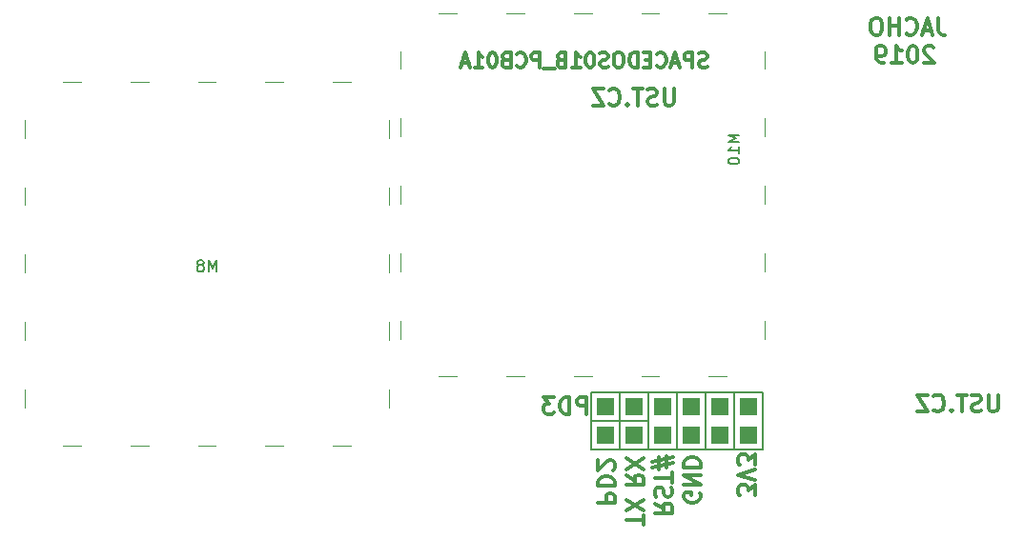
<source format=gbr>
%TF.GenerationSoftware,KiCad,Pcbnew,7.0.10-7.0.10~ubuntu23.04.1*%
%TF.CreationDate,2024-02-09T21:50:14+00:00*%
%TF.ProjectId,SPACEDOS01,53504143-4544-44f5-9330-312e6b696361,B*%
%TF.SameCoordinates,Original*%
%TF.FileFunction,Legend,Bot*%
%TF.FilePolarity,Positive*%
%FSLAX46Y46*%
G04 Gerber Fmt 4.6, Leading zero omitted, Abs format (unit mm)*
G04 Created by KiCad (PCBNEW 7.0.10-7.0.10~ubuntu23.04.1) date 2024-02-09 21:50:14*
%MOMM*%
%LPD*%
G01*
G04 APERTURE LIST*
%ADD10C,0.300000*%
%ADD11C,0.150000*%
%ADD12C,0.120000*%
%ADD13R,1.524000X1.524000*%
G04 APERTURE END LIST*
D10*
X155938241Y-88679981D02*
X155938241Y-89894267D01*
X155938241Y-89894267D02*
X155866812Y-90037124D01*
X155866812Y-90037124D02*
X155795384Y-90108553D01*
X155795384Y-90108553D02*
X155652526Y-90179981D01*
X155652526Y-90179981D02*
X155366812Y-90179981D01*
X155366812Y-90179981D02*
X155223955Y-90108553D01*
X155223955Y-90108553D02*
X155152526Y-90037124D01*
X155152526Y-90037124D02*
X155081098Y-89894267D01*
X155081098Y-89894267D02*
X155081098Y-88679981D01*
X154438240Y-90108553D02*
X154223955Y-90179981D01*
X154223955Y-90179981D02*
X153866812Y-90179981D01*
X153866812Y-90179981D02*
X153723955Y-90108553D01*
X153723955Y-90108553D02*
X153652526Y-90037124D01*
X153652526Y-90037124D02*
X153581097Y-89894267D01*
X153581097Y-89894267D02*
X153581097Y-89751410D01*
X153581097Y-89751410D02*
X153652526Y-89608553D01*
X153652526Y-89608553D02*
X153723955Y-89537124D01*
X153723955Y-89537124D02*
X153866812Y-89465695D01*
X153866812Y-89465695D02*
X154152526Y-89394267D01*
X154152526Y-89394267D02*
X154295383Y-89322838D01*
X154295383Y-89322838D02*
X154366812Y-89251410D01*
X154366812Y-89251410D02*
X154438240Y-89108553D01*
X154438240Y-89108553D02*
X154438240Y-88965695D01*
X154438240Y-88965695D02*
X154366812Y-88822838D01*
X154366812Y-88822838D02*
X154295383Y-88751410D01*
X154295383Y-88751410D02*
X154152526Y-88679981D01*
X154152526Y-88679981D02*
X153795383Y-88679981D01*
X153795383Y-88679981D02*
X153581097Y-88751410D01*
X153152526Y-88679981D02*
X152295384Y-88679981D01*
X152723955Y-90179981D02*
X152723955Y-88679981D01*
X151795384Y-90037124D02*
X151723955Y-90108553D01*
X151723955Y-90108553D02*
X151795384Y-90179981D01*
X151795384Y-90179981D02*
X151866812Y-90108553D01*
X151866812Y-90108553D02*
X151795384Y-90037124D01*
X151795384Y-90037124D02*
X151795384Y-90179981D01*
X150223955Y-90037124D02*
X150295383Y-90108553D01*
X150295383Y-90108553D02*
X150509669Y-90179981D01*
X150509669Y-90179981D02*
X150652526Y-90179981D01*
X150652526Y-90179981D02*
X150866812Y-90108553D01*
X150866812Y-90108553D02*
X151009669Y-89965695D01*
X151009669Y-89965695D02*
X151081098Y-89822838D01*
X151081098Y-89822838D02*
X151152526Y-89537124D01*
X151152526Y-89537124D02*
X151152526Y-89322838D01*
X151152526Y-89322838D02*
X151081098Y-89037124D01*
X151081098Y-89037124D02*
X151009669Y-88894267D01*
X151009669Y-88894267D02*
X150866812Y-88751410D01*
X150866812Y-88751410D02*
X150652526Y-88679981D01*
X150652526Y-88679981D02*
X150509669Y-88679981D01*
X150509669Y-88679981D02*
X150295383Y-88751410D01*
X150295383Y-88751410D02*
X150223955Y-88822838D01*
X149723955Y-88679981D02*
X148723955Y-88679981D01*
X148723955Y-88679981D02*
X149723955Y-90179981D01*
X149723955Y-90179981D02*
X148723955Y-90179981D01*
X158889988Y-86723553D02*
X158704274Y-86785457D01*
X158704274Y-86785457D02*
X158394750Y-86785457D01*
X158394750Y-86785457D02*
X158270941Y-86723553D01*
X158270941Y-86723553D02*
X158209036Y-86661648D01*
X158209036Y-86661648D02*
X158147131Y-86537838D01*
X158147131Y-86537838D02*
X158147131Y-86414029D01*
X158147131Y-86414029D02*
X158209036Y-86290219D01*
X158209036Y-86290219D02*
X158270941Y-86228314D01*
X158270941Y-86228314D02*
X158394750Y-86166410D01*
X158394750Y-86166410D02*
X158642369Y-86104505D01*
X158642369Y-86104505D02*
X158766179Y-86042600D01*
X158766179Y-86042600D02*
X158828084Y-85980695D01*
X158828084Y-85980695D02*
X158889988Y-85856886D01*
X158889988Y-85856886D02*
X158889988Y-85733076D01*
X158889988Y-85733076D02*
X158828084Y-85609267D01*
X158828084Y-85609267D02*
X158766179Y-85547362D01*
X158766179Y-85547362D02*
X158642369Y-85485457D01*
X158642369Y-85485457D02*
X158332846Y-85485457D01*
X158332846Y-85485457D02*
X158147131Y-85547362D01*
X157589989Y-86785457D02*
X157589989Y-85485457D01*
X157589989Y-85485457D02*
X157094751Y-85485457D01*
X157094751Y-85485457D02*
X156970941Y-85547362D01*
X156970941Y-85547362D02*
X156909036Y-85609267D01*
X156909036Y-85609267D02*
X156847132Y-85733076D01*
X156847132Y-85733076D02*
X156847132Y-85918791D01*
X156847132Y-85918791D02*
X156909036Y-86042600D01*
X156909036Y-86042600D02*
X156970941Y-86104505D01*
X156970941Y-86104505D02*
X157094751Y-86166410D01*
X157094751Y-86166410D02*
X157589989Y-86166410D01*
X156351893Y-86414029D02*
X155732846Y-86414029D01*
X156475703Y-86785457D02*
X156042370Y-85485457D01*
X156042370Y-85485457D02*
X155609036Y-86785457D01*
X154432846Y-86661648D02*
X154494750Y-86723553D01*
X154494750Y-86723553D02*
X154680465Y-86785457D01*
X154680465Y-86785457D02*
X154804274Y-86785457D01*
X154804274Y-86785457D02*
X154989988Y-86723553D01*
X154989988Y-86723553D02*
X155113798Y-86599743D01*
X155113798Y-86599743D02*
X155175703Y-86475933D01*
X155175703Y-86475933D02*
X155237607Y-86228314D01*
X155237607Y-86228314D02*
X155237607Y-86042600D01*
X155237607Y-86042600D02*
X155175703Y-85794981D01*
X155175703Y-85794981D02*
X155113798Y-85671172D01*
X155113798Y-85671172D02*
X154989988Y-85547362D01*
X154989988Y-85547362D02*
X154804274Y-85485457D01*
X154804274Y-85485457D02*
X154680465Y-85485457D01*
X154680465Y-85485457D02*
X154494750Y-85547362D01*
X154494750Y-85547362D02*
X154432846Y-85609267D01*
X153875703Y-86104505D02*
X153442369Y-86104505D01*
X153256655Y-86785457D02*
X153875703Y-86785457D01*
X153875703Y-86785457D02*
X153875703Y-85485457D01*
X153875703Y-85485457D02*
X153256655Y-85485457D01*
X152699513Y-86785457D02*
X152699513Y-85485457D01*
X152699513Y-85485457D02*
X152389989Y-85485457D01*
X152389989Y-85485457D02*
X152204275Y-85547362D01*
X152204275Y-85547362D02*
X152080465Y-85671172D01*
X152080465Y-85671172D02*
X152018560Y-85794981D01*
X152018560Y-85794981D02*
X151956656Y-86042600D01*
X151956656Y-86042600D02*
X151956656Y-86228314D01*
X151956656Y-86228314D02*
X152018560Y-86475933D01*
X152018560Y-86475933D02*
X152080465Y-86599743D01*
X152080465Y-86599743D02*
X152204275Y-86723553D01*
X152204275Y-86723553D02*
X152389989Y-86785457D01*
X152389989Y-86785457D02*
X152699513Y-86785457D01*
X151151894Y-85485457D02*
X150904275Y-85485457D01*
X150904275Y-85485457D02*
X150780465Y-85547362D01*
X150780465Y-85547362D02*
X150656656Y-85671172D01*
X150656656Y-85671172D02*
X150594751Y-85918791D01*
X150594751Y-85918791D02*
X150594751Y-86352124D01*
X150594751Y-86352124D02*
X150656656Y-86599743D01*
X150656656Y-86599743D02*
X150780465Y-86723553D01*
X150780465Y-86723553D02*
X150904275Y-86785457D01*
X150904275Y-86785457D02*
X151151894Y-86785457D01*
X151151894Y-86785457D02*
X151275703Y-86723553D01*
X151275703Y-86723553D02*
X151399513Y-86599743D01*
X151399513Y-86599743D02*
X151461417Y-86352124D01*
X151461417Y-86352124D02*
X151461417Y-85918791D01*
X151461417Y-85918791D02*
X151399513Y-85671172D01*
X151399513Y-85671172D02*
X151275703Y-85547362D01*
X151275703Y-85547362D02*
X151151894Y-85485457D01*
X150099512Y-86723553D02*
X149913798Y-86785457D01*
X149913798Y-86785457D02*
X149604274Y-86785457D01*
X149604274Y-86785457D02*
X149480465Y-86723553D01*
X149480465Y-86723553D02*
X149418560Y-86661648D01*
X149418560Y-86661648D02*
X149356655Y-86537838D01*
X149356655Y-86537838D02*
X149356655Y-86414029D01*
X149356655Y-86414029D02*
X149418560Y-86290219D01*
X149418560Y-86290219D02*
X149480465Y-86228314D01*
X149480465Y-86228314D02*
X149604274Y-86166410D01*
X149604274Y-86166410D02*
X149851893Y-86104505D01*
X149851893Y-86104505D02*
X149975703Y-86042600D01*
X149975703Y-86042600D02*
X150037608Y-85980695D01*
X150037608Y-85980695D02*
X150099512Y-85856886D01*
X150099512Y-85856886D02*
X150099512Y-85733076D01*
X150099512Y-85733076D02*
X150037608Y-85609267D01*
X150037608Y-85609267D02*
X149975703Y-85547362D01*
X149975703Y-85547362D02*
X149851893Y-85485457D01*
X149851893Y-85485457D02*
X149542370Y-85485457D01*
X149542370Y-85485457D02*
X149356655Y-85547362D01*
X148551894Y-85485457D02*
X148428084Y-85485457D01*
X148428084Y-85485457D02*
X148304275Y-85547362D01*
X148304275Y-85547362D02*
X148242370Y-85609267D01*
X148242370Y-85609267D02*
X148180465Y-85733076D01*
X148180465Y-85733076D02*
X148118560Y-85980695D01*
X148118560Y-85980695D02*
X148118560Y-86290219D01*
X148118560Y-86290219D02*
X148180465Y-86537838D01*
X148180465Y-86537838D02*
X148242370Y-86661648D01*
X148242370Y-86661648D02*
X148304275Y-86723553D01*
X148304275Y-86723553D02*
X148428084Y-86785457D01*
X148428084Y-86785457D02*
X148551894Y-86785457D01*
X148551894Y-86785457D02*
X148675703Y-86723553D01*
X148675703Y-86723553D02*
X148737608Y-86661648D01*
X148737608Y-86661648D02*
X148799513Y-86537838D01*
X148799513Y-86537838D02*
X148861417Y-86290219D01*
X148861417Y-86290219D02*
X148861417Y-85980695D01*
X148861417Y-85980695D02*
X148799513Y-85733076D01*
X148799513Y-85733076D02*
X148737608Y-85609267D01*
X148737608Y-85609267D02*
X148675703Y-85547362D01*
X148675703Y-85547362D02*
X148551894Y-85485457D01*
X146880465Y-86785457D02*
X147623322Y-86785457D01*
X147251894Y-86785457D02*
X147251894Y-85485457D01*
X147251894Y-85485457D02*
X147375703Y-85671172D01*
X147375703Y-85671172D02*
X147499513Y-85794981D01*
X147499513Y-85794981D02*
X147623322Y-85856886D01*
X145889989Y-86104505D02*
X145704275Y-86166410D01*
X145704275Y-86166410D02*
X145642370Y-86228314D01*
X145642370Y-86228314D02*
X145580466Y-86352124D01*
X145580466Y-86352124D02*
X145580466Y-86537838D01*
X145580466Y-86537838D02*
X145642370Y-86661648D01*
X145642370Y-86661648D02*
X145704275Y-86723553D01*
X145704275Y-86723553D02*
X145828085Y-86785457D01*
X145828085Y-86785457D02*
X146323323Y-86785457D01*
X146323323Y-86785457D02*
X146323323Y-85485457D01*
X146323323Y-85485457D02*
X145889989Y-85485457D01*
X145889989Y-85485457D02*
X145766180Y-85547362D01*
X145766180Y-85547362D02*
X145704275Y-85609267D01*
X145704275Y-85609267D02*
X145642370Y-85733076D01*
X145642370Y-85733076D02*
X145642370Y-85856886D01*
X145642370Y-85856886D02*
X145704275Y-85980695D01*
X145704275Y-85980695D02*
X145766180Y-86042600D01*
X145766180Y-86042600D02*
X145889989Y-86104505D01*
X145889989Y-86104505D02*
X146323323Y-86104505D01*
X145332847Y-86909267D02*
X144342370Y-86909267D01*
X144032847Y-86785457D02*
X144032847Y-85485457D01*
X144032847Y-85485457D02*
X143537609Y-85485457D01*
X143537609Y-85485457D02*
X143413799Y-85547362D01*
X143413799Y-85547362D02*
X143351894Y-85609267D01*
X143351894Y-85609267D02*
X143289990Y-85733076D01*
X143289990Y-85733076D02*
X143289990Y-85918791D01*
X143289990Y-85918791D02*
X143351894Y-86042600D01*
X143351894Y-86042600D02*
X143413799Y-86104505D01*
X143413799Y-86104505D02*
X143537609Y-86166410D01*
X143537609Y-86166410D02*
X144032847Y-86166410D01*
X141989990Y-86661648D02*
X142051894Y-86723553D01*
X142051894Y-86723553D02*
X142237609Y-86785457D01*
X142237609Y-86785457D02*
X142361418Y-86785457D01*
X142361418Y-86785457D02*
X142547132Y-86723553D01*
X142547132Y-86723553D02*
X142670942Y-86599743D01*
X142670942Y-86599743D02*
X142732847Y-86475933D01*
X142732847Y-86475933D02*
X142794751Y-86228314D01*
X142794751Y-86228314D02*
X142794751Y-86042600D01*
X142794751Y-86042600D02*
X142732847Y-85794981D01*
X142732847Y-85794981D02*
X142670942Y-85671172D01*
X142670942Y-85671172D02*
X142547132Y-85547362D01*
X142547132Y-85547362D02*
X142361418Y-85485457D01*
X142361418Y-85485457D02*
X142237609Y-85485457D01*
X142237609Y-85485457D02*
X142051894Y-85547362D01*
X142051894Y-85547362D02*
X141989990Y-85609267D01*
X140999513Y-86104505D02*
X140813799Y-86166410D01*
X140813799Y-86166410D02*
X140751894Y-86228314D01*
X140751894Y-86228314D02*
X140689990Y-86352124D01*
X140689990Y-86352124D02*
X140689990Y-86537838D01*
X140689990Y-86537838D02*
X140751894Y-86661648D01*
X140751894Y-86661648D02*
X140813799Y-86723553D01*
X140813799Y-86723553D02*
X140937609Y-86785457D01*
X140937609Y-86785457D02*
X141432847Y-86785457D01*
X141432847Y-86785457D02*
X141432847Y-85485457D01*
X141432847Y-85485457D02*
X140999513Y-85485457D01*
X140999513Y-85485457D02*
X140875704Y-85547362D01*
X140875704Y-85547362D02*
X140813799Y-85609267D01*
X140813799Y-85609267D02*
X140751894Y-85733076D01*
X140751894Y-85733076D02*
X140751894Y-85856886D01*
X140751894Y-85856886D02*
X140813799Y-85980695D01*
X140813799Y-85980695D02*
X140875704Y-86042600D01*
X140875704Y-86042600D02*
X140999513Y-86104505D01*
X140999513Y-86104505D02*
X141432847Y-86104505D01*
X139885228Y-85485457D02*
X139761418Y-85485457D01*
X139761418Y-85485457D02*
X139637609Y-85547362D01*
X139637609Y-85547362D02*
X139575704Y-85609267D01*
X139575704Y-85609267D02*
X139513799Y-85733076D01*
X139513799Y-85733076D02*
X139451894Y-85980695D01*
X139451894Y-85980695D02*
X139451894Y-86290219D01*
X139451894Y-86290219D02*
X139513799Y-86537838D01*
X139513799Y-86537838D02*
X139575704Y-86661648D01*
X139575704Y-86661648D02*
X139637609Y-86723553D01*
X139637609Y-86723553D02*
X139761418Y-86785457D01*
X139761418Y-86785457D02*
X139885228Y-86785457D01*
X139885228Y-86785457D02*
X140009037Y-86723553D01*
X140009037Y-86723553D02*
X140070942Y-86661648D01*
X140070942Y-86661648D02*
X140132847Y-86537838D01*
X140132847Y-86537838D02*
X140194751Y-86290219D01*
X140194751Y-86290219D02*
X140194751Y-85980695D01*
X140194751Y-85980695D02*
X140132847Y-85733076D01*
X140132847Y-85733076D02*
X140070942Y-85609267D01*
X140070942Y-85609267D02*
X140009037Y-85547362D01*
X140009037Y-85547362D02*
X139885228Y-85485457D01*
X138213799Y-86785457D02*
X138956656Y-86785457D01*
X138585228Y-86785457D02*
X138585228Y-85485457D01*
X138585228Y-85485457D02*
X138709037Y-85671172D01*
X138709037Y-85671172D02*
X138832847Y-85794981D01*
X138832847Y-85794981D02*
X138956656Y-85856886D01*
X137718561Y-86414029D02*
X137099514Y-86414029D01*
X137842371Y-86785457D02*
X137409038Y-85485457D01*
X137409038Y-85485457D02*
X136975704Y-86785457D01*
X154264198Y-125552163D02*
X154978484Y-126052163D01*
X154264198Y-126409306D02*
X155764198Y-126409306D01*
X155764198Y-126409306D02*
X155764198Y-125837877D01*
X155764198Y-125837877D02*
X155692769Y-125695020D01*
X155692769Y-125695020D02*
X155621341Y-125623591D01*
X155621341Y-125623591D02*
X155478484Y-125552163D01*
X155478484Y-125552163D02*
X155264198Y-125552163D01*
X155264198Y-125552163D02*
X155121341Y-125623591D01*
X155121341Y-125623591D02*
X155049912Y-125695020D01*
X155049912Y-125695020D02*
X154978484Y-125837877D01*
X154978484Y-125837877D02*
X154978484Y-126409306D01*
X154335627Y-124980734D02*
X154264198Y-124766449D01*
X154264198Y-124766449D02*
X154264198Y-124409306D01*
X154264198Y-124409306D02*
X154335627Y-124266449D01*
X154335627Y-124266449D02*
X154407055Y-124195020D01*
X154407055Y-124195020D02*
X154549912Y-124123591D01*
X154549912Y-124123591D02*
X154692769Y-124123591D01*
X154692769Y-124123591D02*
X154835627Y-124195020D01*
X154835627Y-124195020D02*
X154907055Y-124266449D01*
X154907055Y-124266449D02*
X154978484Y-124409306D01*
X154978484Y-124409306D02*
X155049912Y-124695020D01*
X155049912Y-124695020D02*
X155121341Y-124837877D01*
X155121341Y-124837877D02*
X155192769Y-124909306D01*
X155192769Y-124909306D02*
X155335627Y-124980734D01*
X155335627Y-124980734D02*
X155478484Y-124980734D01*
X155478484Y-124980734D02*
X155621341Y-124909306D01*
X155621341Y-124909306D02*
X155692769Y-124837877D01*
X155692769Y-124837877D02*
X155764198Y-124695020D01*
X155764198Y-124695020D02*
X155764198Y-124337877D01*
X155764198Y-124337877D02*
X155692769Y-124123591D01*
X155764198Y-123695020D02*
X155764198Y-122837878D01*
X154264198Y-123266449D02*
X155764198Y-123266449D01*
X155264198Y-122409306D02*
X155264198Y-121337878D01*
X155907055Y-121980735D02*
X153978484Y-122409306D01*
X154621341Y-121480735D02*
X154621341Y-122552163D01*
X153978484Y-121909306D02*
X155907055Y-121480735D01*
X163130198Y-124869590D02*
X163130198Y-123941018D01*
X163130198Y-123941018D02*
X162558769Y-124441018D01*
X162558769Y-124441018D02*
X162558769Y-124226733D01*
X162558769Y-124226733D02*
X162487341Y-124083876D01*
X162487341Y-124083876D02*
X162415912Y-124012447D01*
X162415912Y-124012447D02*
X162273055Y-123941018D01*
X162273055Y-123941018D02*
X161915912Y-123941018D01*
X161915912Y-123941018D02*
X161773055Y-124012447D01*
X161773055Y-124012447D02*
X161701627Y-124083876D01*
X161701627Y-124083876D02*
X161630198Y-124226733D01*
X161630198Y-124226733D02*
X161630198Y-124655304D01*
X161630198Y-124655304D02*
X161701627Y-124798161D01*
X161701627Y-124798161D02*
X161773055Y-124869590D01*
X163130198Y-123512447D02*
X161630198Y-123012447D01*
X161630198Y-123012447D02*
X163130198Y-122512447D01*
X163130198Y-122155305D02*
X163130198Y-121226733D01*
X163130198Y-121226733D02*
X162558769Y-121726733D01*
X162558769Y-121726733D02*
X162558769Y-121512448D01*
X162558769Y-121512448D02*
X162487341Y-121369591D01*
X162487341Y-121369591D02*
X162415912Y-121298162D01*
X162415912Y-121298162D02*
X162273055Y-121226733D01*
X162273055Y-121226733D02*
X161915912Y-121226733D01*
X161915912Y-121226733D02*
X161773055Y-121298162D01*
X161773055Y-121298162D02*
X161701627Y-121369591D01*
X161701627Y-121369591D02*
X161630198Y-121512448D01*
X161630198Y-121512448D02*
X161630198Y-121941019D01*
X161630198Y-121941019D02*
X161701627Y-122083876D01*
X161701627Y-122083876D02*
X161773055Y-122155305D01*
X179434526Y-82399981D02*
X179434526Y-83471410D01*
X179434526Y-83471410D02*
X179505955Y-83685695D01*
X179505955Y-83685695D02*
X179648812Y-83828553D01*
X179648812Y-83828553D02*
X179863098Y-83899981D01*
X179863098Y-83899981D02*
X180005955Y-83899981D01*
X178791669Y-83471410D02*
X178077384Y-83471410D01*
X178934526Y-83899981D02*
X178434526Y-82399981D01*
X178434526Y-82399981D02*
X177934526Y-83899981D01*
X176577384Y-83757124D02*
X176648812Y-83828553D01*
X176648812Y-83828553D02*
X176863098Y-83899981D01*
X176863098Y-83899981D02*
X177005955Y-83899981D01*
X177005955Y-83899981D02*
X177220241Y-83828553D01*
X177220241Y-83828553D02*
X177363098Y-83685695D01*
X177363098Y-83685695D02*
X177434527Y-83542838D01*
X177434527Y-83542838D02*
X177505955Y-83257124D01*
X177505955Y-83257124D02*
X177505955Y-83042838D01*
X177505955Y-83042838D02*
X177434527Y-82757124D01*
X177434527Y-82757124D02*
X177363098Y-82614267D01*
X177363098Y-82614267D02*
X177220241Y-82471410D01*
X177220241Y-82471410D02*
X177005955Y-82399981D01*
X177005955Y-82399981D02*
X176863098Y-82399981D01*
X176863098Y-82399981D02*
X176648812Y-82471410D01*
X176648812Y-82471410D02*
X176577384Y-82542838D01*
X175934527Y-83899981D02*
X175934527Y-82399981D01*
X175934527Y-83114267D02*
X175077384Y-83114267D01*
X175077384Y-83899981D02*
X175077384Y-82399981D01*
X174077383Y-82399981D02*
X173791669Y-82399981D01*
X173791669Y-82399981D02*
X173648812Y-82471410D01*
X173648812Y-82471410D02*
X173505955Y-82614267D01*
X173505955Y-82614267D02*
X173434526Y-82899981D01*
X173434526Y-82899981D02*
X173434526Y-83399981D01*
X173434526Y-83399981D02*
X173505955Y-83685695D01*
X173505955Y-83685695D02*
X173648812Y-83828553D01*
X173648812Y-83828553D02*
X173791669Y-83899981D01*
X173791669Y-83899981D02*
X174077383Y-83899981D01*
X174077383Y-83899981D02*
X174220241Y-83828553D01*
X174220241Y-83828553D02*
X174363098Y-83685695D01*
X174363098Y-83685695D02*
X174434526Y-83399981D01*
X174434526Y-83399981D02*
X174434526Y-82899981D01*
X174434526Y-82899981D02*
X174363098Y-82614267D01*
X174363098Y-82614267D02*
X174220241Y-82471410D01*
X174220241Y-82471410D02*
X174077383Y-82399981D01*
X184720242Y-115899981D02*
X184720242Y-117114267D01*
X184720242Y-117114267D02*
X184648813Y-117257124D01*
X184648813Y-117257124D02*
X184577385Y-117328553D01*
X184577385Y-117328553D02*
X184434527Y-117399981D01*
X184434527Y-117399981D02*
X184148813Y-117399981D01*
X184148813Y-117399981D02*
X184005956Y-117328553D01*
X184005956Y-117328553D02*
X183934527Y-117257124D01*
X183934527Y-117257124D02*
X183863099Y-117114267D01*
X183863099Y-117114267D02*
X183863099Y-115899981D01*
X183220241Y-117328553D02*
X183005956Y-117399981D01*
X183005956Y-117399981D02*
X182648813Y-117399981D01*
X182648813Y-117399981D02*
X182505956Y-117328553D01*
X182505956Y-117328553D02*
X182434527Y-117257124D01*
X182434527Y-117257124D02*
X182363098Y-117114267D01*
X182363098Y-117114267D02*
X182363098Y-116971410D01*
X182363098Y-116971410D02*
X182434527Y-116828553D01*
X182434527Y-116828553D02*
X182505956Y-116757124D01*
X182505956Y-116757124D02*
X182648813Y-116685695D01*
X182648813Y-116685695D02*
X182934527Y-116614267D01*
X182934527Y-116614267D02*
X183077384Y-116542838D01*
X183077384Y-116542838D02*
X183148813Y-116471410D01*
X183148813Y-116471410D02*
X183220241Y-116328553D01*
X183220241Y-116328553D02*
X183220241Y-116185695D01*
X183220241Y-116185695D02*
X183148813Y-116042838D01*
X183148813Y-116042838D02*
X183077384Y-115971410D01*
X183077384Y-115971410D02*
X182934527Y-115899981D01*
X182934527Y-115899981D02*
X182577384Y-115899981D01*
X182577384Y-115899981D02*
X182363098Y-115971410D01*
X181934527Y-115899981D02*
X181077385Y-115899981D01*
X181505956Y-117399981D02*
X181505956Y-115899981D01*
X180577385Y-117257124D02*
X180505956Y-117328553D01*
X180505956Y-117328553D02*
X180577385Y-117399981D01*
X180577385Y-117399981D02*
X180648813Y-117328553D01*
X180648813Y-117328553D02*
X180577385Y-117257124D01*
X180577385Y-117257124D02*
X180577385Y-117399981D01*
X179005956Y-117257124D02*
X179077384Y-117328553D01*
X179077384Y-117328553D02*
X179291670Y-117399981D01*
X179291670Y-117399981D02*
X179434527Y-117399981D01*
X179434527Y-117399981D02*
X179648813Y-117328553D01*
X179648813Y-117328553D02*
X179791670Y-117185695D01*
X179791670Y-117185695D02*
X179863099Y-117042838D01*
X179863099Y-117042838D02*
X179934527Y-116757124D01*
X179934527Y-116757124D02*
X179934527Y-116542838D01*
X179934527Y-116542838D02*
X179863099Y-116257124D01*
X179863099Y-116257124D02*
X179791670Y-116114267D01*
X179791670Y-116114267D02*
X179648813Y-115971410D01*
X179648813Y-115971410D02*
X179434527Y-115899981D01*
X179434527Y-115899981D02*
X179291670Y-115899981D01*
X179291670Y-115899981D02*
X179077384Y-115971410D01*
X179077384Y-115971410D02*
X179005956Y-116042838D01*
X178505956Y-115899981D02*
X177505956Y-115899981D01*
X177505956Y-115899981D02*
X178505956Y-117399981D01*
X178505956Y-117399981D02*
X177505956Y-117399981D01*
X153224198Y-127433591D02*
X153224198Y-126576449D01*
X151724198Y-127005020D02*
X153224198Y-127005020D01*
X153224198Y-126219306D02*
X151724198Y-125219306D01*
X153224198Y-125219306D02*
X151724198Y-126219306D01*
X149184198Y-125520449D02*
X150684198Y-125520449D01*
X150684198Y-125520449D02*
X150684198Y-124949020D01*
X150684198Y-124949020D02*
X150612769Y-124806163D01*
X150612769Y-124806163D02*
X150541341Y-124734734D01*
X150541341Y-124734734D02*
X150398484Y-124663306D01*
X150398484Y-124663306D02*
X150184198Y-124663306D01*
X150184198Y-124663306D02*
X150041341Y-124734734D01*
X150041341Y-124734734D02*
X149969912Y-124806163D01*
X149969912Y-124806163D02*
X149898484Y-124949020D01*
X149898484Y-124949020D02*
X149898484Y-125520449D01*
X149184198Y-124020449D02*
X150684198Y-124020449D01*
X150684198Y-124020449D02*
X150684198Y-123663306D01*
X150684198Y-123663306D02*
X150612769Y-123449020D01*
X150612769Y-123449020D02*
X150469912Y-123306163D01*
X150469912Y-123306163D02*
X150327055Y-123234734D01*
X150327055Y-123234734D02*
X150041341Y-123163306D01*
X150041341Y-123163306D02*
X149827055Y-123163306D01*
X149827055Y-123163306D02*
X149541341Y-123234734D01*
X149541341Y-123234734D02*
X149398484Y-123306163D01*
X149398484Y-123306163D02*
X149255627Y-123449020D01*
X149255627Y-123449020D02*
X149184198Y-123663306D01*
X149184198Y-123663306D02*
X149184198Y-124020449D01*
X150541341Y-122591877D02*
X150612769Y-122520449D01*
X150612769Y-122520449D02*
X150684198Y-122377592D01*
X150684198Y-122377592D02*
X150684198Y-122020449D01*
X150684198Y-122020449D02*
X150612769Y-121877592D01*
X150612769Y-121877592D02*
X150541341Y-121806163D01*
X150541341Y-121806163D02*
X150398484Y-121734734D01*
X150398484Y-121734734D02*
X150255627Y-121734734D01*
X150255627Y-121734734D02*
X150041341Y-121806163D01*
X150041341Y-121806163D02*
X149184198Y-122663306D01*
X149184198Y-122663306D02*
X149184198Y-121734734D01*
X151724198Y-123025652D02*
X152438484Y-123525652D01*
X151724198Y-123882795D02*
X153224198Y-123882795D01*
X153224198Y-123882795D02*
X153224198Y-123311366D01*
X153224198Y-123311366D02*
X153152769Y-123168509D01*
X153152769Y-123168509D02*
X153081341Y-123097080D01*
X153081341Y-123097080D02*
X152938484Y-123025652D01*
X152938484Y-123025652D02*
X152724198Y-123025652D01*
X152724198Y-123025652D02*
X152581341Y-123097080D01*
X152581341Y-123097080D02*
X152509912Y-123168509D01*
X152509912Y-123168509D02*
X152438484Y-123311366D01*
X152438484Y-123311366D02*
X152438484Y-123882795D01*
X153224198Y-122525652D02*
X151724198Y-121525652D01*
X153224198Y-121525652D02*
X151724198Y-122525652D01*
X148163669Y-117611981D02*
X148163669Y-116111981D01*
X148163669Y-116111981D02*
X147592240Y-116111981D01*
X147592240Y-116111981D02*
X147449383Y-116183410D01*
X147449383Y-116183410D02*
X147377954Y-116254838D01*
X147377954Y-116254838D02*
X147306526Y-116397695D01*
X147306526Y-116397695D02*
X147306526Y-116611981D01*
X147306526Y-116611981D02*
X147377954Y-116754838D01*
X147377954Y-116754838D02*
X147449383Y-116826267D01*
X147449383Y-116826267D02*
X147592240Y-116897695D01*
X147592240Y-116897695D02*
X148163669Y-116897695D01*
X146663669Y-117611981D02*
X146663669Y-116111981D01*
X146663669Y-116111981D02*
X146306526Y-116111981D01*
X146306526Y-116111981D02*
X146092240Y-116183410D01*
X146092240Y-116183410D02*
X145949383Y-116326267D01*
X145949383Y-116326267D02*
X145877954Y-116469124D01*
X145877954Y-116469124D02*
X145806526Y-116754838D01*
X145806526Y-116754838D02*
X145806526Y-116969124D01*
X145806526Y-116969124D02*
X145877954Y-117254838D01*
X145877954Y-117254838D02*
X145949383Y-117397695D01*
X145949383Y-117397695D02*
X146092240Y-117540553D01*
X146092240Y-117540553D02*
X146306526Y-117611981D01*
X146306526Y-117611981D02*
X146663669Y-117611981D01*
X145306526Y-116111981D02*
X144377954Y-116111981D01*
X144377954Y-116111981D02*
X144877954Y-116683410D01*
X144877954Y-116683410D02*
X144663669Y-116683410D01*
X144663669Y-116683410D02*
X144520812Y-116754838D01*
X144520812Y-116754838D02*
X144449383Y-116826267D01*
X144449383Y-116826267D02*
X144377954Y-116969124D01*
X144377954Y-116969124D02*
X144377954Y-117326267D01*
X144377954Y-117326267D02*
X144449383Y-117469124D01*
X144449383Y-117469124D02*
X144520812Y-117540553D01*
X144520812Y-117540553D02*
X144663669Y-117611981D01*
X144663669Y-117611981D02*
X145092240Y-117611981D01*
X145092240Y-117611981D02*
X145235097Y-117540553D01*
X145235097Y-117540553D02*
X145306526Y-117469124D01*
X158232769Y-124623592D02*
X158304198Y-124766450D01*
X158304198Y-124766450D02*
X158304198Y-124980735D01*
X158304198Y-124980735D02*
X158232769Y-125195021D01*
X158232769Y-125195021D02*
X158089912Y-125337878D01*
X158089912Y-125337878D02*
X157947055Y-125409307D01*
X157947055Y-125409307D02*
X157661341Y-125480735D01*
X157661341Y-125480735D02*
X157447055Y-125480735D01*
X157447055Y-125480735D02*
X157161341Y-125409307D01*
X157161341Y-125409307D02*
X157018484Y-125337878D01*
X157018484Y-125337878D02*
X156875627Y-125195021D01*
X156875627Y-125195021D02*
X156804198Y-124980735D01*
X156804198Y-124980735D02*
X156804198Y-124837878D01*
X156804198Y-124837878D02*
X156875627Y-124623592D01*
X156875627Y-124623592D02*
X156947055Y-124552164D01*
X156947055Y-124552164D02*
X157447055Y-124552164D01*
X157447055Y-124552164D02*
X157447055Y-124837878D01*
X156804198Y-123909307D02*
X158304198Y-123909307D01*
X158304198Y-123909307D02*
X156804198Y-123052164D01*
X156804198Y-123052164D02*
X158304198Y-123052164D01*
X156804198Y-122337878D02*
X158304198Y-122337878D01*
X158304198Y-122337878D02*
X158304198Y-121980735D01*
X158304198Y-121980735D02*
X158232769Y-121766449D01*
X158232769Y-121766449D02*
X158089912Y-121623592D01*
X158089912Y-121623592D02*
X157947055Y-121552163D01*
X157947055Y-121552163D02*
X157661341Y-121480735D01*
X157661341Y-121480735D02*
X157447055Y-121480735D01*
X157447055Y-121480735D02*
X157161341Y-121552163D01*
X157161341Y-121552163D02*
X157018484Y-121623592D01*
X157018484Y-121623592D02*
X156875627Y-121766449D01*
X156875627Y-121766449D02*
X156804198Y-121980735D01*
X156804198Y-121980735D02*
X156804198Y-122337878D01*
X179005954Y-85042838D02*
X178934526Y-84971410D01*
X178934526Y-84971410D02*
X178791669Y-84899981D01*
X178791669Y-84899981D02*
X178434526Y-84899981D01*
X178434526Y-84899981D02*
X178291669Y-84971410D01*
X178291669Y-84971410D02*
X178220240Y-85042838D01*
X178220240Y-85042838D02*
X178148811Y-85185695D01*
X178148811Y-85185695D02*
X178148811Y-85328553D01*
X178148811Y-85328553D02*
X178220240Y-85542838D01*
X178220240Y-85542838D02*
X179077383Y-86399981D01*
X179077383Y-86399981D02*
X178148811Y-86399981D01*
X177220240Y-84899981D02*
X177077383Y-84899981D01*
X177077383Y-84899981D02*
X176934526Y-84971410D01*
X176934526Y-84971410D02*
X176863098Y-85042838D01*
X176863098Y-85042838D02*
X176791669Y-85185695D01*
X176791669Y-85185695D02*
X176720240Y-85471410D01*
X176720240Y-85471410D02*
X176720240Y-85828553D01*
X176720240Y-85828553D02*
X176791669Y-86114267D01*
X176791669Y-86114267D02*
X176863098Y-86257124D01*
X176863098Y-86257124D02*
X176934526Y-86328553D01*
X176934526Y-86328553D02*
X177077383Y-86399981D01*
X177077383Y-86399981D02*
X177220240Y-86399981D01*
X177220240Y-86399981D02*
X177363098Y-86328553D01*
X177363098Y-86328553D02*
X177434526Y-86257124D01*
X177434526Y-86257124D02*
X177505955Y-86114267D01*
X177505955Y-86114267D02*
X177577383Y-85828553D01*
X177577383Y-85828553D02*
X177577383Y-85471410D01*
X177577383Y-85471410D02*
X177505955Y-85185695D01*
X177505955Y-85185695D02*
X177434526Y-85042838D01*
X177434526Y-85042838D02*
X177363098Y-84971410D01*
X177363098Y-84971410D02*
X177220240Y-84899981D01*
X175291669Y-86399981D02*
X176148812Y-86399981D01*
X175720241Y-86399981D02*
X175720241Y-84899981D01*
X175720241Y-84899981D02*
X175863098Y-85114267D01*
X175863098Y-85114267D02*
X176005955Y-85257124D01*
X176005955Y-85257124D02*
X176148812Y-85328553D01*
X174577384Y-86399981D02*
X174291670Y-86399981D01*
X174291670Y-86399981D02*
X174148813Y-86328553D01*
X174148813Y-86328553D02*
X174077384Y-86257124D01*
X174077384Y-86257124D02*
X173934527Y-86042838D01*
X173934527Y-86042838D02*
X173863098Y-85757124D01*
X173863098Y-85757124D02*
X173863098Y-85185695D01*
X173863098Y-85185695D02*
X173934527Y-85042838D01*
X173934527Y-85042838D02*
X174005956Y-84971410D01*
X174005956Y-84971410D02*
X174148813Y-84899981D01*
X174148813Y-84899981D02*
X174434527Y-84899981D01*
X174434527Y-84899981D02*
X174577384Y-84971410D01*
X174577384Y-84971410D02*
X174648813Y-85042838D01*
X174648813Y-85042838D02*
X174720241Y-85185695D01*
X174720241Y-85185695D02*
X174720241Y-85542838D01*
X174720241Y-85542838D02*
X174648813Y-85685695D01*
X174648813Y-85685695D02*
X174577384Y-85757124D01*
X174577384Y-85757124D02*
X174434527Y-85828553D01*
X174434527Y-85828553D02*
X174148813Y-85828553D01*
X174148813Y-85828553D02*
X174005956Y-85757124D01*
X174005956Y-85757124D02*
X173934527Y-85685695D01*
X173934527Y-85685695D02*
X173863098Y-85542838D01*
D11*
X161747346Y-92787940D02*
X160747346Y-92787940D01*
X160747346Y-92787940D02*
X161461631Y-93121273D01*
X161461631Y-93121273D02*
X160747346Y-93454606D01*
X160747346Y-93454606D02*
X161747346Y-93454606D01*
X161747346Y-94454606D02*
X161747346Y-93883178D01*
X161747346Y-94168892D02*
X160747346Y-94168892D01*
X160747346Y-94168892D02*
X160890203Y-94073654D01*
X160890203Y-94073654D02*
X160985441Y-93978416D01*
X160985441Y-93978416D02*
X161033060Y-93883178D01*
X160747346Y-95073654D02*
X160747346Y-95168892D01*
X160747346Y-95168892D02*
X160794965Y-95264130D01*
X160794965Y-95264130D02*
X160842584Y-95311749D01*
X160842584Y-95311749D02*
X160937822Y-95359368D01*
X160937822Y-95359368D02*
X161128298Y-95406987D01*
X161128298Y-95406987D02*
X161366393Y-95406987D01*
X161366393Y-95406987D02*
X161556869Y-95359368D01*
X161556869Y-95359368D02*
X161652107Y-95311749D01*
X161652107Y-95311749D02*
X161699727Y-95264130D01*
X161699727Y-95264130D02*
X161747346Y-95168892D01*
X161747346Y-95168892D02*
X161747346Y-95073654D01*
X161747346Y-95073654D02*
X161699727Y-94978416D01*
X161699727Y-94978416D02*
X161652107Y-94930797D01*
X161652107Y-94930797D02*
X161556869Y-94883178D01*
X161556869Y-94883178D02*
X161366393Y-94835559D01*
X161366393Y-94835559D02*
X161128298Y-94835559D01*
X161128298Y-94835559D02*
X160937822Y-94883178D01*
X160937822Y-94883178D02*
X160842584Y-94930797D01*
X160842584Y-94930797D02*
X160794965Y-94978416D01*
X160794965Y-94978416D02*
X160747346Y-95073654D01*
X115277150Y-104942472D02*
X115277150Y-103942472D01*
X115277150Y-103942472D02*
X114943817Y-104656757D01*
X114943817Y-104656757D02*
X114610484Y-103942472D01*
X114610484Y-103942472D02*
X114610484Y-104942472D01*
X113991436Y-104371043D02*
X114086674Y-104323424D01*
X114086674Y-104323424D02*
X114134293Y-104275805D01*
X114134293Y-104275805D02*
X114181912Y-104180567D01*
X114181912Y-104180567D02*
X114181912Y-104132948D01*
X114181912Y-104132948D02*
X114134293Y-104037710D01*
X114134293Y-104037710D02*
X114086674Y-103990091D01*
X114086674Y-103990091D02*
X113991436Y-103942472D01*
X113991436Y-103942472D02*
X113800960Y-103942472D01*
X113800960Y-103942472D02*
X113705722Y-103990091D01*
X113705722Y-103990091D02*
X113658103Y-104037710D01*
X113658103Y-104037710D02*
X113610484Y-104132948D01*
X113610484Y-104132948D02*
X113610484Y-104180567D01*
X113610484Y-104180567D02*
X113658103Y-104275805D01*
X113658103Y-104275805D02*
X113705722Y-104323424D01*
X113705722Y-104323424D02*
X113800960Y-104371043D01*
X113800960Y-104371043D02*
X113991436Y-104371043D01*
X113991436Y-104371043D02*
X114086674Y-104418662D01*
X114086674Y-104418662D02*
X114134293Y-104466281D01*
X114134293Y-104466281D02*
X114181912Y-104561519D01*
X114181912Y-104561519D02*
X114181912Y-104751995D01*
X114181912Y-104751995D02*
X114134293Y-104847233D01*
X114134293Y-104847233D02*
X114086674Y-104894853D01*
X114086674Y-104894853D02*
X113991436Y-104942472D01*
X113991436Y-104942472D02*
X113800960Y-104942472D01*
X113800960Y-104942472D02*
X113705722Y-104894853D01*
X113705722Y-104894853D02*
X113658103Y-104847233D01*
X113658103Y-104847233D02*
X113610484Y-104751995D01*
X113610484Y-104751995D02*
X113610484Y-104561519D01*
X113610484Y-104561519D02*
X113658103Y-104466281D01*
X113658103Y-104466281D02*
X113705722Y-104418662D01*
X113705722Y-104418662D02*
X113800960Y-104371043D01*
%TO.C,J19*%
X153672527Y-120743653D02*
X156212527Y-120743653D01*
X156212527Y-120743653D02*
X156212527Y-115663653D01*
X153672527Y-115663653D02*
X153672527Y-120743653D01*
X156212527Y-115663653D02*
X153672527Y-115663653D01*
%TO.C,J6*%
X151132527Y-115663653D02*
X151132527Y-118203653D01*
X151132527Y-118203653D02*
X153672527Y-118203653D01*
X153672527Y-115663653D02*
X151132527Y-115663653D01*
X153672527Y-118203653D02*
X153672527Y-115663653D01*
%TO.C,J4*%
X148592527Y-115663653D02*
X148592527Y-118203653D01*
X148592527Y-118203653D02*
X151132527Y-118203653D01*
X151132527Y-115663653D02*
X148592527Y-115663653D01*
X151132527Y-118203653D02*
X151132527Y-115663653D01*
%TO.C,J7*%
X151132527Y-118203653D02*
X151132527Y-120743653D01*
X151132527Y-120743653D02*
X153672527Y-120743653D01*
X153672527Y-118203653D02*
X151132527Y-118203653D01*
X153672527Y-120743653D02*
X153672527Y-118203653D01*
%TO.C,J3*%
X163832527Y-120743653D02*
X163832527Y-115663653D01*
X163832527Y-115663653D02*
X161292527Y-115663653D01*
X161292527Y-120743653D02*
X163832527Y-120743653D01*
X161292527Y-115663653D02*
X161292527Y-120743653D01*
%TO.C,J2*%
X158752527Y-120743653D02*
X158752527Y-115663653D01*
X158752527Y-115663653D02*
X156212527Y-115663653D01*
X156212527Y-120743653D02*
X158752527Y-120743653D01*
X156212527Y-115663653D02*
X156212527Y-120743653D01*
D12*
%TO.C,M10*%
X136630527Y-114287654D02*
X135030527Y-114287654D01*
X142630527Y-114287654D02*
X141030527Y-114287654D01*
X148630527Y-114287654D02*
X147030527Y-114287654D01*
X154630527Y-114287654D02*
X153030527Y-114287654D01*
X160630527Y-114287654D02*
X159030527Y-114287654D01*
X131680527Y-110937654D02*
X131680527Y-109337654D01*
X163980527Y-110937654D02*
X163980527Y-109337654D01*
X131680527Y-104937654D02*
X131680527Y-103337654D01*
X163980527Y-104937654D02*
X163980527Y-103337654D01*
X131680527Y-98937654D02*
X131680527Y-97337654D01*
X163980527Y-98937654D02*
X163980527Y-97337654D01*
X131680527Y-92937654D02*
X131680527Y-91337654D01*
X163980527Y-92937654D02*
X163980527Y-91337654D01*
X131680527Y-86937654D02*
X131680527Y-85337654D01*
X163980527Y-86937654D02*
X163980527Y-85337654D01*
X136630527Y-81987654D02*
X135030527Y-81987654D01*
X142630527Y-81987654D02*
X141030527Y-81987654D01*
X148630527Y-81987654D02*
X147030527Y-81987654D01*
X154630527Y-81987654D02*
X153030527Y-81987654D01*
X160630527Y-81987654D02*
X159030527Y-81987654D01*
%TO.C,M8*%
X98317627Y-93046353D02*
X98317627Y-91446353D01*
X98317627Y-99046353D02*
X98317627Y-97446353D01*
X98317627Y-105046353D02*
X98317627Y-103446353D01*
X98317627Y-111046353D02*
X98317627Y-109446353D01*
X98317627Y-117046353D02*
X98317627Y-115446353D01*
X101667627Y-88096353D02*
X103267627Y-88096353D01*
X101667627Y-120396353D02*
X103267627Y-120396353D01*
X107667627Y-88096353D02*
X109267627Y-88096353D01*
X107667627Y-120396353D02*
X109267627Y-120396353D01*
X113667627Y-88096353D02*
X115267627Y-88096353D01*
X113667627Y-120396353D02*
X115267627Y-120396353D01*
X119667627Y-88096353D02*
X121267627Y-88096353D01*
X119667627Y-120396353D02*
X121267627Y-120396353D01*
X125667627Y-88096353D02*
X127267627Y-88096353D01*
X125667627Y-120396353D02*
X127267627Y-120396353D01*
X130617627Y-93046353D02*
X130617627Y-91446353D01*
X130617627Y-99046353D02*
X130617627Y-97446353D01*
X130617627Y-105046353D02*
X130617627Y-103446353D01*
X130617627Y-111046353D02*
X130617627Y-109446353D01*
X130617627Y-117046353D02*
X130617627Y-115446353D01*
D11*
%TO.C,J5*%
X148592527Y-118203653D02*
X148592527Y-120743653D01*
X148592527Y-120743653D02*
X151132527Y-120743653D01*
X151132527Y-118203653D02*
X148592527Y-118203653D01*
X151132527Y-120743653D02*
X151132527Y-118203653D01*
%TO.C,J1*%
X158752527Y-115663653D02*
X158752527Y-120743653D01*
X158752527Y-120743653D02*
X161292527Y-120743653D01*
X161292527Y-115663653D02*
X158752527Y-115663653D01*
X161292527Y-120743653D02*
X161292527Y-115663653D01*
%TD*%
D13*
%TO.C,J19*%
X154942527Y-119473653D03*
X154942527Y-116933653D03*
%TD*%
%TO.C,J6*%
X152402527Y-116933653D03*
%TD*%
%TO.C,J4*%
X149862527Y-116933653D03*
%TD*%
%TO.C,J7*%
X152402527Y-119473653D03*
%TD*%
%TO.C,J3*%
X162562527Y-116933653D03*
X162562527Y-119473653D03*
%TD*%
%TO.C,J2*%
X157482527Y-116933653D03*
X157482527Y-119473653D03*
%TD*%
%TO.C,J5*%
X149862527Y-119473653D03*
%TD*%
%TO.C,J1*%
X160022527Y-119473653D03*
X160022527Y-116933653D03*
%TD*%
M02*

</source>
